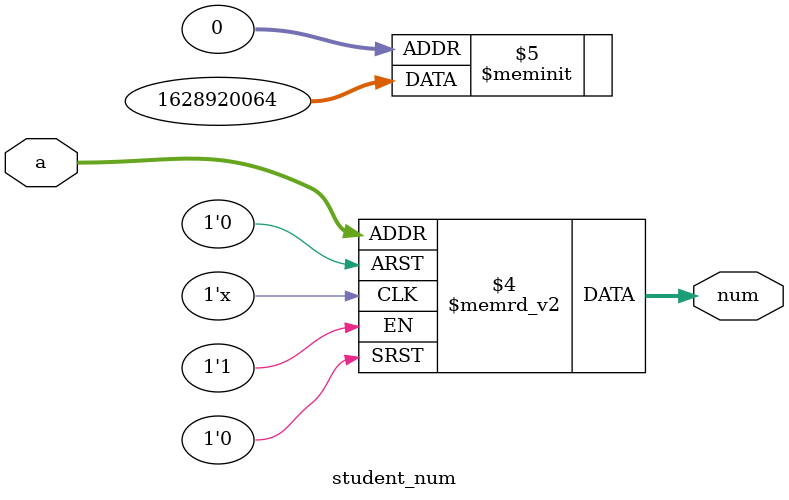
<source format=sv>
`timescale 1ns/10ps
module student_num(
	input [2:0] a,
	output logic [3:0] num //輸出
);

	always_comb 
		begin
			case (a)
				3'd0 : num = 0;
				3'd1 : num = 0;
				3'd2 : num = 9;
				3'd3 : num = 5;
				3'd4 : num = 7;
				3'd5 : num = 1;
				3'd6 : num = 1;
				3'd7 : num = 6;
			endcase
		end
endmodule
</source>
